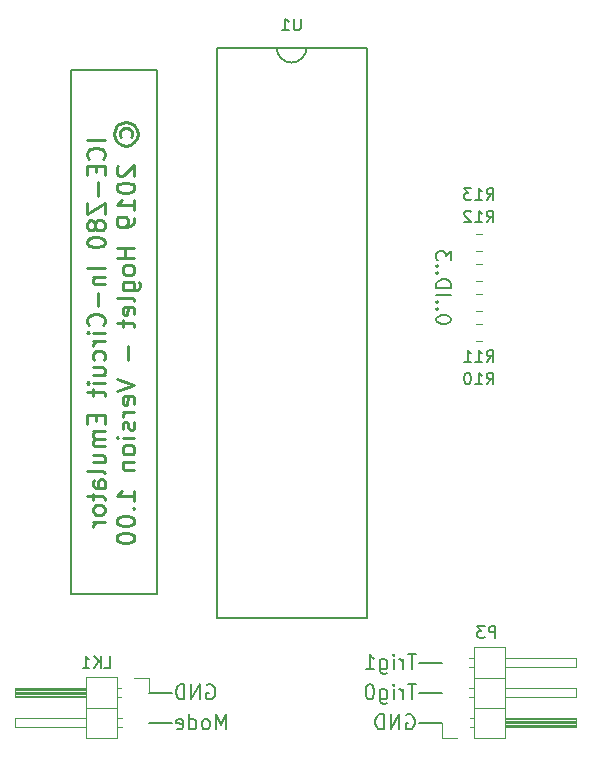
<source format=gbo>
G04 #@! TF.GenerationSoftware,KiCad,Pcbnew,5.1.4-e60b266~84~ubuntu18.04.1*
G04 #@! TF.CreationDate,2019-09-22T15:50:52+01:00*
G04 #@! TF.ProjectId,z80_adapter,7a38305f-6164-4617-9074-65722e6b6963,rev?*
G04 #@! TF.SameCoordinates,PX9fdfbc0PY791ddc0*
G04 #@! TF.FileFunction,Legend,Bot*
G04 #@! TF.FilePolarity,Positive*
%FSLAX46Y46*%
G04 Gerber Fmt 4.6, Leading zero omitted, Abs format (unit mm)*
G04 Created by KiCad (PCBNEW 5.1.4-e60b266~84~ubuntu18.04.1) date 2019-09-22 15:50:52*
%MOMM*%
%LPD*%
G04 APERTURE LIST*
%ADD10C,0.250000*%
%ADD11C,0.150000*%
%ADD12C,0.200000*%
%ADD13C,0.120000*%
G04 APERTURE END LIST*
D10*
X9588571Y53115715D02*
X8088571Y53115715D01*
X9445714Y51544286D02*
X9517142Y51615715D01*
X9588571Y51830000D01*
X9588571Y51972858D01*
X9517142Y52187143D01*
X9374285Y52330000D01*
X9231428Y52401429D01*
X8945714Y52472858D01*
X8731428Y52472858D01*
X8445714Y52401429D01*
X8302857Y52330000D01*
X8160000Y52187143D01*
X8088571Y51972858D01*
X8088571Y51830000D01*
X8160000Y51615715D01*
X8231428Y51544286D01*
X8802857Y50901429D02*
X8802857Y50401429D01*
X9588571Y50187143D02*
X9588571Y50901429D01*
X8088571Y50901429D01*
X8088571Y50187143D01*
X9017142Y49544286D02*
X9017142Y48401429D01*
X8088571Y47830000D02*
X8088571Y46830000D01*
X9588571Y47830000D01*
X9588571Y46830000D01*
X8731428Y46044286D02*
X8660000Y46187143D01*
X8588571Y46258572D01*
X8445714Y46330000D01*
X8374285Y46330000D01*
X8231428Y46258572D01*
X8160000Y46187143D01*
X8088571Y46044286D01*
X8088571Y45758572D01*
X8160000Y45615715D01*
X8231428Y45544286D01*
X8374285Y45472858D01*
X8445714Y45472858D01*
X8588571Y45544286D01*
X8660000Y45615715D01*
X8731428Y45758572D01*
X8731428Y46044286D01*
X8802857Y46187143D01*
X8874285Y46258572D01*
X9017142Y46330000D01*
X9302857Y46330000D01*
X9445714Y46258572D01*
X9517142Y46187143D01*
X9588571Y46044286D01*
X9588571Y45758572D01*
X9517142Y45615715D01*
X9445714Y45544286D01*
X9302857Y45472858D01*
X9017142Y45472858D01*
X8874285Y45544286D01*
X8802857Y45615715D01*
X8731428Y45758572D01*
X8088571Y44544286D02*
X8088571Y44401429D01*
X8160000Y44258572D01*
X8231428Y44187143D01*
X8374285Y44115715D01*
X8660000Y44044286D01*
X9017142Y44044286D01*
X9302857Y44115715D01*
X9445714Y44187143D01*
X9517142Y44258572D01*
X9588571Y44401429D01*
X9588571Y44544286D01*
X9517142Y44687143D01*
X9445714Y44758572D01*
X9302857Y44830000D01*
X9017142Y44901429D01*
X8660000Y44901429D01*
X8374285Y44830000D01*
X8231428Y44758572D01*
X8160000Y44687143D01*
X8088571Y44544286D01*
X9588571Y42258572D02*
X8088571Y42258572D01*
X8588571Y41544286D02*
X9588571Y41544286D01*
X8731428Y41544286D02*
X8660000Y41472858D01*
X8588571Y41330000D01*
X8588571Y41115715D01*
X8660000Y40972858D01*
X8802857Y40901429D01*
X9588571Y40901429D01*
X9017142Y40187143D02*
X9017142Y39044286D01*
X9445714Y37472858D02*
X9517142Y37544286D01*
X9588571Y37758572D01*
X9588571Y37901429D01*
X9517142Y38115715D01*
X9374285Y38258572D01*
X9231428Y38330000D01*
X8945714Y38401429D01*
X8731428Y38401429D01*
X8445714Y38330000D01*
X8302857Y38258572D01*
X8160000Y38115715D01*
X8088571Y37901429D01*
X8088571Y37758572D01*
X8160000Y37544286D01*
X8231428Y37472858D01*
X9588571Y36830000D02*
X8588571Y36830000D01*
X8088571Y36830000D02*
X8160000Y36901429D01*
X8231428Y36830000D01*
X8160000Y36758572D01*
X8088571Y36830000D01*
X8231428Y36830000D01*
X9588571Y36115715D02*
X8588571Y36115715D01*
X8874285Y36115715D02*
X8731428Y36044286D01*
X8660000Y35972858D01*
X8588571Y35830000D01*
X8588571Y35687143D01*
X9517142Y34544286D02*
X9588571Y34687143D01*
X9588571Y34972858D01*
X9517142Y35115715D01*
X9445714Y35187143D01*
X9302857Y35258572D01*
X8874285Y35258572D01*
X8731428Y35187143D01*
X8660000Y35115715D01*
X8588571Y34972858D01*
X8588571Y34687143D01*
X8660000Y34544286D01*
X8588571Y33258572D02*
X9588571Y33258572D01*
X8588571Y33901429D02*
X9374285Y33901429D01*
X9517142Y33830000D01*
X9588571Y33687143D01*
X9588571Y33472858D01*
X9517142Y33330000D01*
X9445714Y33258572D01*
X9588571Y32544286D02*
X8588571Y32544286D01*
X8088571Y32544286D02*
X8160000Y32615715D01*
X8231428Y32544286D01*
X8160000Y32472858D01*
X8088571Y32544286D01*
X8231428Y32544286D01*
X8588571Y32044286D02*
X8588571Y31472858D01*
X8088571Y31830000D02*
X9374285Y31830000D01*
X9517142Y31758572D01*
X9588571Y31615715D01*
X9588571Y31472858D01*
X8802857Y29830000D02*
X8802857Y29330000D01*
X9588571Y29115715D02*
X9588571Y29830000D01*
X8088571Y29830000D01*
X8088571Y29115715D01*
X9588571Y28472858D02*
X8588571Y28472858D01*
X8731428Y28472858D02*
X8660000Y28401429D01*
X8588571Y28258572D01*
X8588571Y28044286D01*
X8660000Y27901429D01*
X8802857Y27830000D01*
X9588571Y27830000D01*
X8802857Y27830000D02*
X8660000Y27758572D01*
X8588571Y27615715D01*
X8588571Y27401429D01*
X8660000Y27258572D01*
X8802857Y27187143D01*
X9588571Y27187143D01*
X8588571Y25830000D02*
X9588571Y25830000D01*
X8588571Y26472858D02*
X9374285Y26472858D01*
X9517142Y26401429D01*
X9588571Y26258572D01*
X9588571Y26044286D01*
X9517142Y25901429D01*
X9445714Y25830000D01*
X9588571Y24901429D02*
X9517142Y25044286D01*
X9374285Y25115715D01*
X8088571Y25115715D01*
X9588571Y23687143D02*
X8802857Y23687143D01*
X8660000Y23758572D01*
X8588571Y23901429D01*
X8588571Y24187143D01*
X8660000Y24330000D01*
X9517142Y23687143D02*
X9588571Y23830000D01*
X9588571Y24187143D01*
X9517142Y24330000D01*
X9374285Y24401429D01*
X9231428Y24401429D01*
X9088571Y24330000D01*
X9017142Y24187143D01*
X9017142Y23830000D01*
X8945714Y23687143D01*
X8588571Y23187143D02*
X8588571Y22615715D01*
X8088571Y22972858D02*
X9374285Y22972858D01*
X9517142Y22901429D01*
X9588571Y22758572D01*
X9588571Y22615715D01*
X9588571Y21901429D02*
X9517142Y22044286D01*
X9445714Y22115715D01*
X9302857Y22187143D01*
X8874285Y22187143D01*
X8731428Y22115715D01*
X8660000Y22044286D01*
X8588571Y21901429D01*
X8588571Y21687143D01*
X8660000Y21544286D01*
X8731428Y21472858D01*
X8874285Y21401429D01*
X9302857Y21401429D01*
X9445714Y21472858D01*
X9517142Y21544286D01*
X9588571Y21687143D01*
X9588571Y21901429D01*
X9588571Y20758572D02*
X8588571Y20758572D01*
X8874285Y20758572D02*
X8731428Y20687143D01*
X8660000Y20615715D01*
X8588571Y20472858D01*
X8588571Y20330000D01*
X10945714Y53365715D02*
X10874285Y53508572D01*
X10874285Y53794286D01*
X10945714Y53937143D01*
X11088571Y54080000D01*
X11231428Y54151429D01*
X11517142Y54151429D01*
X11660000Y54080000D01*
X11802857Y53937143D01*
X11874285Y53794286D01*
X11874285Y53508572D01*
X11802857Y53365715D01*
X10374285Y53651429D02*
X10445714Y54008572D01*
X10660000Y54365715D01*
X11017142Y54580000D01*
X11374285Y54651429D01*
X11731428Y54580000D01*
X12088571Y54365715D01*
X12302857Y54008572D01*
X12374285Y53651429D01*
X12302857Y53294286D01*
X12088571Y52937143D01*
X11731428Y52722858D01*
X11374285Y52651429D01*
X11017142Y52722858D01*
X10660000Y52937143D01*
X10445714Y53294286D01*
X10374285Y53651429D01*
X10731428Y50937143D02*
X10660000Y50865715D01*
X10588571Y50722858D01*
X10588571Y50365715D01*
X10660000Y50222858D01*
X10731428Y50151429D01*
X10874285Y50080000D01*
X11017142Y50080000D01*
X11231428Y50151429D01*
X12088571Y51008572D01*
X12088571Y50080000D01*
X10588571Y49151429D02*
X10588571Y49008572D01*
X10660000Y48865715D01*
X10731428Y48794286D01*
X10874285Y48722858D01*
X11160000Y48651429D01*
X11517142Y48651429D01*
X11802857Y48722858D01*
X11945714Y48794286D01*
X12017142Y48865715D01*
X12088571Y49008572D01*
X12088571Y49151429D01*
X12017142Y49294286D01*
X11945714Y49365715D01*
X11802857Y49437143D01*
X11517142Y49508572D01*
X11160000Y49508572D01*
X10874285Y49437143D01*
X10731428Y49365715D01*
X10660000Y49294286D01*
X10588571Y49151429D01*
X12088571Y47222858D02*
X12088571Y48080000D01*
X12088571Y47651429D02*
X10588571Y47651429D01*
X10802857Y47794286D01*
X10945714Y47937143D01*
X11017142Y48080000D01*
X12088571Y46508572D02*
X12088571Y46222858D01*
X12017142Y46080000D01*
X11945714Y46008572D01*
X11731428Y45865715D01*
X11445714Y45794286D01*
X10874285Y45794286D01*
X10731428Y45865715D01*
X10660000Y45937143D01*
X10588571Y46080000D01*
X10588571Y46365715D01*
X10660000Y46508572D01*
X10731428Y46580000D01*
X10874285Y46651429D01*
X11231428Y46651429D01*
X11374285Y46580000D01*
X11445714Y46508572D01*
X11517142Y46365715D01*
X11517142Y46080000D01*
X11445714Y45937143D01*
X11374285Y45865715D01*
X11231428Y45794286D01*
X12088571Y44008572D02*
X10588571Y44008572D01*
X11302857Y44008572D02*
X11302857Y43151429D01*
X12088571Y43151429D02*
X10588571Y43151429D01*
X12088571Y42222858D02*
X12017142Y42365715D01*
X11945714Y42437143D01*
X11802857Y42508572D01*
X11374285Y42508572D01*
X11231428Y42437143D01*
X11160000Y42365715D01*
X11088571Y42222858D01*
X11088571Y42008572D01*
X11160000Y41865715D01*
X11231428Y41794286D01*
X11374285Y41722858D01*
X11802857Y41722858D01*
X11945714Y41794286D01*
X12017142Y41865715D01*
X12088571Y42008572D01*
X12088571Y42222858D01*
X11088571Y40437143D02*
X12302857Y40437143D01*
X12445714Y40508572D01*
X12517142Y40580000D01*
X12588571Y40722858D01*
X12588571Y40937143D01*
X12517142Y41080000D01*
X12017142Y40437143D02*
X12088571Y40580000D01*
X12088571Y40865715D01*
X12017142Y41008572D01*
X11945714Y41080000D01*
X11802857Y41151429D01*
X11374285Y41151429D01*
X11231428Y41080000D01*
X11160000Y41008572D01*
X11088571Y40865715D01*
X11088571Y40580000D01*
X11160000Y40437143D01*
X12088571Y39508572D02*
X12017142Y39651429D01*
X11874285Y39722858D01*
X10588571Y39722858D01*
X12017142Y38365715D02*
X12088571Y38508572D01*
X12088571Y38794286D01*
X12017142Y38937143D01*
X11874285Y39008572D01*
X11302857Y39008572D01*
X11160000Y38937143D01*
X11088571Y38794286D01*
X11088571Y38508572D01*
X11160000Y38365715D01*
X11302857Y38294286D01*
X11445714Y38294286D01*
X11588571Y39008572D01*
X11088571Y37865715D02*
X11088571Y37294286D01*
X10588571Y37651429D02*
X11874285Y37651429D01*
X12017142Y37580000D01*
X12088571Y37437143D01*
X12088571Y37294286D01*
X11517142Y35651429D02*
X11517142Y34508572D01*
X10588571Y32865715D02*
X12088571Y32365715D01*
X10588571Y31865715D01*
X12017142Y30794286D02*
X12088571Y30937143D01*
X12088571Y31222858D01*
X12017142Y31365715D01*
X11874285Y31437143D01*
X11302857Y31437143D01*
X11160000Y31365715D01*
X11088571Y31222858D01*
X11088571Y30937143D01*
X11160000Y30794286D01*
X11302857Y30722858D01*
X11445714Y30722858D01*
X11588571Y31437143D01*
X12088571Y30080000D02*
X11088571Y30080000D01*
X11374285Y30080000D02*
X11231428Y30008572D01*
X11160000Y29937143D01*
X11088571Y29794286D01*
X11088571Y29651429D01*
X12017142Y29222858D02*
X12088571Y29080000D01*
X12088571Y28794286D01*
X12017142Y28651429D01*
X11874285Y28580000D01*
X11802857Y28580000D01*
X11660000Y28651429D01*
X11588571Y28794286D01*
X11588571Y29008572D01*
X11517142Y29151429D01*
X11374285Y29222858D01*
X11302857Y29222858D01*
X11160000Y29151429D01*
X11088571Y29008572D01*
X11088571Y28794286D01*
X11160000Y28651429D01*
X12088571Y27937143D02*
X11088571Y27937143D01*
X10588571Y27937143D02*
X10660000Y28008572D01*
X10731428Y27937143D01*
X10660000Y27865715D01*
X10588571Y27937143D01*
X10731428Y27937143D01*
X12088571Y27008572D02*
X12017142Y27151429D01*
X11945714Y27222858D01*
X11802857Y27294286D01*
X11374285Y27294286D01*
X11231428Y27222858D01*
X11160000Y27151429D01*
X11088571Y27008572D01*
X11088571Y26794286D01*
X11160000Y26651429D01*
X11231428Y26580000D01*
X11374285Y26508572D01*
X11802857Y26508572D01*
X11945714Y26580000D01*
X12017142Y26651429D01*
X12088571Y26794286D01*
X12088571Y27008572D01*
X11088571Y25865715D02*
X12088571Y25865715D01*
X11231428Y25865715D02*
X11160000Y25794286D01*
X11088571Y25651429D01*
X11088571Y25437143D01*
X11160000Y25294286D01*
X11302857Y25222858D01*
X12088571Y25222858D01*
X12088571Y22580000D02*
X12088571Y23437143D01*
X12088571Y23008572D02*
X10588571Y23008572D01*
X10802857Y23151429D01*
X10945714Y23294286D01*
X11017142Y23437143D01*
X11945714Y21937143D02*
X12017142Y21865715D01*
X12088571Y21937143D01*
X12017142Y22008572D01*
X11945714Y21937143D01*
X12088571Y21937143D01*
X10588571Y20937143D02*
X10588571Y20794286D01*
X10660000Y20651429D01*
X10731428Y20580000D01*
X10874285Y20508572D01*
X11160000Y20437143D01*
X11517142Y20437143D01*
X11802857Y20508572D01*
X11945714Y20580000D01*
X12017142Y20651429D01*
X12088571Y20794286D01*
X12088571Y20937143D01*
X12017142Y21080000D01*
X11945714Y21151429D01*
X11802857Y21222858D01*
X11517142Y21294286D01*
X11160000Y21294286D01*
X10874285Y21222858D01*
X10731428Y21151429D01*
X10660000Y21080000D01*
X10588571Y20937143D01*
X10588571Y19508572D02*
X10588571Y19365715D01*
X10660000Y19222858D01*
X10731428Y19151429D01*
X10874285Y19080000D01*
X11160000Y19008572D01*
X11517142Y19008572D01*
X11802857Y19080000D01*
X11945714Y19151429D01*
X12017142Y19222858D01*
X12088571Y19365715D01*
X12088571Y19508572D01*
X12017142Y19651429D01*
X11945714Y19722858D01*
X11802857Y19794286D01*
X11517142Y19865715D01*
X11160000Y19865715D01*
X10874285Y19794286D01*
X10731428Y19722858D01*
X10660000Y19651429D01*
X10588571Y19508572D01*
D11*
X6731000Y14732000D02*
X13970000Y14732000D01*
D12*
X38911523Y37872143D02*
X38911523Y37991191D01*
X38852000Y38110239D01*
X38792476Y38169762D01*
X38673428Y38229286D01*
X38435333Y38288810D01*
X38137714Y38288810D01*
X37899619Y38229286D01*
X37780571Y38169762D01*
X37721047Y38110239D01*
X37661523Y37991191D01*
X37661523Y37872143D01*
X37721047Y37753096D01*
X37780571Y37693572D01*
X37899619Y37634048D01*
X38137714Y37574524D01*
X38435333Y37574524D01*
X38673428Y37634048D01*
X38792476Y37693572D01*
X38852000Y37753096D01*
X38911523Y37872143D01*
X37780571Y38824524D02*
X37721047Y38884048D01*
X37661523Y38824524D01*
X37721047Y38765000D01*
X37780571Y38824524D01*
X37661523Y38824524D01*
X37780571Y39419762D02*
X37721047Y39479286D01*
X37661523Y39419762D01*
X37721047Y39360239D01*
X37780571Y39419762D01*
X37661523Y39419762D01*
X37661523Y40015000D02*
X38911523Y40015000D01*
X37661523Y40610239D02*
X38911523Y40610239D01*
X38911523Y40907858D01*
X38852000Y41086429D01*
X38732952Y41205477D01*
X38613904Y41265000D01*
X38375809Y41324524D01*
X38197238Y41324524D01*
X37959142Y41265000D01*
X37840095Y41205477D01*
X37721047Y41086429D01*
X37661523Y40907858D01*
X37661523Y40610239D01*
X37780571Y41860239D02*
X37721047Y41919762D01*
X37661523Y41860239D01*
X37721047Y41800715D01*
X37780571Y41860239D01*
X37661523Y41860239D01*
X37780571Y42455477D02*
X37721047Y42515000D01*
X37661523Y42455477D01*
X37721047Y42395953D01*
X37780571Y42455477D01*
X37661523Y42455477D01*
X38911523Y42931667D02*
X38911523Y43705477D01*
X38435333Y43288810D01*
X38435333Y43467381D01*
X38375809Y43586429D01*
X38316285Y43645953D01*
X38197238Y43705477D01*
X37899619Y43705477D01*
X37780571Y43645953D01*
X37721047Y43586429D01*
X37661523Y43467381D01*
X37661523Y43110239D01*
X37721047Y42991191D01*
X37780571Y42931667D01*
D11*
X13970000Y59055000D02*
X6731000Y59055000D01*
X13970000Y14732000D02*
X13970000Y59055000D01*
X6731000Y59055000D02*
X6731000Y14732000D01*
X13335000Y3810000D02*
X15240000Y3810000D01*
X13335000Y6350000D02*
X15240000Y6350000D01*
D12*
X19834285Y3244524D02*
X19834285Y4494524D01*
X19417619Y3601667D01*
X19000952Y4494524D01*
X19000952Y3244524D01*
X18227142Y3244524D02*
X18346190Y3304048D01*
X18405714Y3363572D01*
X18465238Y3482620D01*
X18465238Y3839762D01*
X18405714Y3958810D01*
X18346190Y4018334D01*
X18227142Y4077858D01*
X18048571Y4077858D01*
X17929523Y4018334D01*
X17870000Y3958810D01*
X17810476Y3839762D01*
X17810476Y3482620D01*
X17870000Y3363572D01*
X17929523Y3304048D01*
X18048571Y3244524D01*
X18227142Y3244524D01*
X16739047Y3244524D02*
X16739047Y4494524D01*
X16739047Y3304048D02*
X16858095Y3244524D01*
X17096190Y3244524D01*
X17215238Y3304048D01*
X17274761Y3363572D01*
X17334285Y3482620D01*
X17334285Y3839762D01*
X17274761Y3958810D01*
X17215238Y4018334D01*
X17096190Y4077858D01*
X16858095Y4077858D01*
X16739047Y4018334D01*
X15667619Y3304048D02*
X15786666Y3244524D01*
X16024761Y3244524D01*
X16143809Y3304048D01*
X16203333Y3423096D01*
X16203333Y3899286D01*
X16143809Y4018334D01*
X16024761Y4077858D01*
X15786666Y4077858D01*
X15667619Y4018334D01*
X15608095Y3899286D01*
X15608095Y3780239D01*
X16203333Y3661191D01*
X18227142Y6975000D02*
X18346190Y7034524D01*
X18524761Y7034524D01*
X18703333Y6975000D01*
X18822380Y6855953D01*
X18881904Y6736905D01*
X18941428Y6498810D01*
X18941428Y6320239D01*
X18881904Y6082143D01*
X18822380Y5963096D01*
X18703333Y5844048D01*
X18524761Y5784524D01*
X18405714Y5784524D01*
X18227142Y5844048D01*
X18167619Y5903572D01*
X18167619Y6320239D01*
X18405714Y6320239D01*
X17631904Y5784524D02*
X17631904Y7034524D01*
X16917619Y5784524D01*
X16917619Y7034524D01*
X16322380Y5784524D02*
X16322380Y7034524D01*
X16024761Y7034524D01*
X15846190Y6975000D01*
X15727142Y6855953D01*
X15667619Y6736905D01*
X15608095Y6498810D01*
X15608095Y6320239D01*
X15667619Y6082143D01*
X15727142Y5963096D01*
X15846190Y5844048D01*
X16024761Y5784524D01*
X16322380Y5784524D01*
D11*
X36195000Y3810000D02*
X38100000Y3810000D01*
X36195000Y6350000D02*
X38100000Y6350000D01*
X36195000Y8890000D02*
X38100000Y8890000D01*
D12*
X35945952Y7034524D02*
X35231666Y7034524D01*
X35588809Y5784524D02*
X35588809Y7034524D01*
X34815000Y5784524D02*
X34815000Y6617858D01*
X34815000Y6379762D02*
X34755476Y6498810D01*
X34695952Y6558334D01*
X34576904Y6617858D01*
X34457857Y6617858D01*
X34041190Y5784524D02*
X34041190Y6617858D01*
X34041190Y7034524D02*
X34100714Y6975000D01*
X34041190Y6915477D01*
X33981666Y6975000D01*
X34041190Y7034524D01*
X34041190Y6915477D01*
X32910238Y6617858D02*
X32910238Y5605953D01*
X32969761Y5486905D01*
X33029285Y5427381D01*
X33148333Y5367858D01*
X33326904Y5367858D01*
X33445952Y5427381D01*
X32910238Y5844048D02*
X33029285Y5784524D01*
X33267380Y5784524D01*
X33386428Y5844048D01*
X33445952Y5903572D01*
X33505476Y6022620D01*
X33505476Y6379762D01*
X33445952Y6498810D01*
X33386428Y6558334D01*
X33267380Y6617858D01*
X33029285Y6617858D01*
X32910238Y6558334D01*
X32076904Y7034524D02*
X31957857Y7034524D01*
X31838809Y6975000D01*
X31779285Y6915477D01*
X31719761Y6796429D01*
X31660238Y6558334D01*
X31660238Y6260715D01*
X31719761Y6022620D01*
X31779285Y5903572D01*
X31838809Y5844048D01*
X31957857Y5784524D01*
X32076904Y5784524D01*
X32195952Y5844048D01*
X32255476Y5903572D01*
X32315000Y6022620D01*
X32374523Y6260715D01*
X32374523Y6558334D01*
X32315000Y6796429D01*
X32255476Y6915477D01*
X32195952Y6975000D01*
X32076904Y7034524D01*
X35112619Y4435000D02*
X35231666Y4494524D01*
X35410238Y4494524D01*
X35588809Y4435000D01*
X35707857Y4315953D01*
X35767380Y4196905D01*
X35826904Y3958810D01*
X35826904Y3780239D01*
X35767380Y3542143D01*
X35707857Y3423096D01*
X35588809Y3304048D01*
X35410238Y3244524D01*
X35291190Y3244524D01*
X35112619Y3304048D01*
X35053095Y3363572D01*
X35053095Y3780239D01*
X35291190Y3780239D01*
X34517380Y3244524D02*
X34517380Y4494524D01*
X33803095Y3244524D01*
X33803095Y4494524D01*
X33207857Y3244524D02*
X33207857Y4494524D01*
X32910238Y4494524D01*
X32731666Y4435000D01*
X32612619Y4315953D01*
X32553095Y4196905D01*
X32493571Y3958810D01*
X32493571Y3780239D01*
X32553095Y3542143D01*
X32612619Y3423096D01*
X32731666Y3304048D01*
X32910238Y3244524D01*
X33207857Y3244524D01*
X35945952Y9574524D02*
X35231666Y9574524D01*
X35588809Y8324524D02*
X35588809Y9574524D01*
X34815000Y8324524D02*
X34815000Y9157858D01*
X34815000Y8919762D02*
X34755476Y9038810D01*
X34695952Y9098334D01*
X34576904Y9157858D01*
X34457857Y9157858D01*
X34041190Y8324524D02*
X34041190Y9157858D01*
X34041190Y9574524D02*
X34100714Y9515000D01*
X34041190Y9455477D01*
X33981666Y9515000D01*
X34041190Y9574524D01*
X34041190Y9455477D01*
X32910238Y9157858D02*
X32910238Y8145953D01*
X32969761Y8026905D01*
X33029285Y7967381D01*
X33148333Y7907858D01*
X33326904Y7907858D01*
X33445952Y7967381D01*
X32910238Y8384048D02*
X33029285Y8324524D01*
X33267380Y8324524D01*
X33386428Y8384048D01*
X33445952Y8443572D01*
X33505476Y8562620D01*
X33505476Y8919762D01*
X33445952Y9038810D01*
X33386428Y9098334D01*
X33267380Y9157858D01*
X33029285Y9157858D01*
X32910238Y9098334D01*
X31660238Y8324524D02*
X32374523Y8324524D01*
X32017380Y8324524D02*
X32017380Y9574524D01*
X32136428Y9395953D01*
X32255476Y9276905D01*
X32374523Y9217381D01*
D11*
X19050000Y60960000D02*
X31750000Y60960000D01*
X19050000Y12700000D02*
X19050000Y60960000D01*
X31750000Y12700000D02*
X19050000Y12700000D01*
X31750000Y60960000D02*
X31750000Y12700000D01*
X26670000Y60960000D02*
G75*
G02X25400000Y59690000I-1270000J0D01*
G01*
X25400000Y59690000D02*
G75*
G02X24130000Y60960000I0J1270000D01*
G01*
D13*
X41013748Y45160000D02*
X41536252Y45160000D01*
X41013748Y43740000D02*
X41536252Y43740000D01*
X41013748Y42620000D02*
X41536252Y42620000D01*
X41013748Y41200000D02*
X41536252Y41200000D01*
X41013748Y40080000D02*
X41536252Y40080000D01*
X41013748Y38660000D02*
X41536252Y38660000D01*
X41013748Y37540000D02*
X41536252Y37540000D01*
X41013748Y36120000D02*
X41536252Y36120000D01*
X13335000Y7620000D02*
X12065000Y7620000D01*
X13335000Y6350000D02*
X13335000Y7620000D01*
X11022071Y3430000D02*
X10625000Y3430000D01*
X11022071Y4190000D02*
X10625000Y4190000D01*
X1965000Y3430000D02*
X7965000Y3430000D01*
X1965000Y4190000D02*
X1965000Y3430000D01*
X7965000Y4190000D02*
X1965000Y4190000D01*
X10625000Y5080000D02*
X7965000Y5080000D01*
X10955000Y5970000D02*
X10625000Y5970000D01*
X10955000Y6730000D02*
X10625000Y6730000D01*
X7965000Y6070000D02*
X1965000Y6070000D01*
X7965000Y6190000D02*
X1965000Y6190000D01*
X7965000Y6310000D02*
X1965000Y6310000D01*
X7965000Y6430000D02*
X1965000Y6430000D01*
X7965000Y6550000D02*
X1965000Y6550000D01*
X7965000Y6670000D02*
X1965000Y6670000D01*
X1965000Y5970000D02*
X7965000Y5970000D01*
X1965000Y6730000D02*
X1965000Y5970000D01*
X7965000Y6730000D02*
X1965000Y6730000D01*
X7965000Y7680000D02*
X10625000Y7680000D01*
X7965000Y2480000D02*
X7965000Y7680000D01*
X10625000Y2480000D02*
X7965000Y2480000D01*
X10625000Y7680000D02*
X10625000Y2480000D01*
X38100000Y2540000D02*
X39370000Y2540000D01*
X38100000Y3810000D02*
X38100000Y2540000D01*
X40412929Y9270000D02*
X40810000Y9270000D01*
X40412929Y8510000D02*
X40810000Y8510000D01*
X49470000Y9270000D02*
X43470000Y9270000D01*
X49470000Y8510000D02*
X49470000Y9270000D01*
X43470000Y8510000D02*
X49470000Y8510000D01*
X40810000Y7620000D02*
X43470000Y7620000D01*
X40412929Y6730000D02*
X40810000Y6730000D01*
X40412929Y5970000D02*
X40810000Y5970000D01*
X49470000Y6730000D02*
X43470000Y6730000D01*
X49470000Y5970000D02*
X49470000Y6730000D01*
X43470000Y5970000D02*
X49470000Y5970000D01*
X40810000Y5080000D02*
X43470000Y5080000D01*
X40480000Y4190000D02*
X40810000Y4190000D01*
X40480000Y3430000D02*
X40810000Y3430000D01*
X43470000Y4090000D02*
X49470000Y4090000D01*
X43470000Y3970000D02*
X49470000Y3970000D01*
X43470000Y3850000D02*
X49470000Y3850000D01*
X43470000Y3730000D02*
X49470000Y3730000D01*
X43470000Y3610000D02*
X49470000Y3610000D01*
X43470000Y3490000D02*
X49470000Y3490000D01*
X49470000Y4190000D02*
X43470000Y4190000D01*
X49470000Y3430000D02*
X49470000Y4190000D01*
X43470000Y3430000D02*
X49470000Y3430000D01*
X43470000Y2480000D02*
X40810000Y2480000D01*
X43470000Y10220000D02*
X43470000Y2480000D01*
X40810000Y10220000D02*
X43470000Y10220000D01*
X40810000Y2480000D02*
X40810000Y10220000D01*
D11*
X26161904Y63412620D02*
X26161904Y62603096D01*
X26114285Y62507858D01*
X26066666Y62460239D01*
X25971428Y62412620D01*
X25780952Y62412620D01*
X25685714Y62460239D01*
X25638095Y62507858D01*
X25590476Y62603096D01*
X25590476Y63412620D01*
X24590476Y62412620D02*
X25161904Y62412620D01*
X24876190Y62412620D02*
X24876190Y63412620D01*
X24971428Y63269762D01*
X25066666Y63174524D01*
X25161904Y63126905D01*
X41917857Y48061620D02*
X42251190Y48537810D01*
X42489285Y48061620D02*
X42489285Y49061620D01*
X42108333Y49061620D01*
X42013095Y49014000D01*
X41965476Y48966381D01*
X41917857Y48871143D01*
X41917857Y48728286D01*
X41965476Y48633048D01*
X42013095Y48585429D01*
X42108333Y48537810D01*
X42489285Y48537810D01*
X40965476Y48061620D02*
X41536904Y48061620D01*
X41251190Y48061620D02*
X41251190Y49061620D01*
X41346428Y48918762D01*
X41441666Y48823524D01*
X41536904Y48775905D01*
X40632142Y49061620D02*
X40013095Y49061620D01*
X40346428Y48680667D01*
X40203571Y48680667D01*
X40108333Y48633048D01*
X40060714Y48585429D01*
X40013095Y48490191D01*
X40013095Y48252096D01*
X40060714Y48156858D01*
X40108333Y48109239D01*
X40203571Y48061620D01*
X40489285Y48061620D01*
X40584523Y48109239D01*
X40632142Y48156858D01*
X41917857Y46156620D02*
X42251190Y46632810D01*
X42489285Y46156620D02*
X42489285Y47156620D01*
X42108333Y47156620D01*
X42013095Y47109000D01*
X41965476Y47061381D01*
X41917857Y46966143D01*
X41917857Y46823286D01*
X41965476Y46728048D01*
X42013095Y46680429D01*
X42108333Y46632810D01*
X42489285Y46632810D01*
X40965476Y46156620D02*
X41536904Y46156620D01*
X41251190Y46156620D02*
X41251190Y47156620D01*
X41346428Y47013762D01*
X41441666Y46918524D01*
X41536904Y46870905D01*
X40584523Y47061381D02*
X40536904Y47109000D01*
X40441666Y47156620D01*
X40203571Y47156620D01*
X40108333Y47109000D01*
X40060714Y47061381D01*
X40013095Y46966143D01*
X40013095Y46870905D01*
X40060714Y46728048D01*
X40632142Y46156620D01*
X40013095Y46156620D01*
X41917857Y34345620D02*
X42251190Y34821810D01*
X42489285Y34345620D02*
X42489285Y35345620D01*
X42108333Y35345620D01*
X42013095Y35298000D01*
X41965476Y35250381D01*
X41917857Y35155143D01*
X41917857Y35012286D01*
X41965476Y34917048D01*
X42013095Y34869429D01*
X42108333Y34821810D01*
X42489285Y34821810D01*
X40965476Y34345620D02*
X41536904Y34345620D01*
X41251190Y34345620D02*
X41251190Y35345620D01*
X41346428Y35202762D01*
X41441666Y35107524D01*
X41536904Y35059905D01*
X40013095Y34345620D02*
X40584523Y34345620D01*
X40298809Y34345620D02*
X40298809Y35345620D01*
X40394047Y35202762D01*
X40489285Y35107524D01*
X40584523Y35059905D01*
X41917857Y32440620D02*
X42251190Y32916810D01*
X42489285Y32440620D02*
X42489285Y33440620D01*
X42108333Y33440620D01*
X42013095Y33393000D01*
X41965476Y33345381D01*
X41917857Y33250143D01*
X41917857Y33107286D01*
X41965476Y33012048D01*
X42013095Y32964429D01*
X42108333Y32916810D01*
X42489285Y32916810D01*
X40965476Y32440620D02*
X41536904Y32440620D01*
X41251190Y32440620D02*
X41251190Y33440620D01*
X41346428Y33297762D01*
X41441666Y33202524D01*
X41536904Y33154905D01*
X40346428Y33440620D02*
X40251190Y33440620D01*
X40155952Y33393000D01*
X40108333Y33345381D01*
X40060714Y33250143D01*
X40013095Y33059667D01*
X40013095Y32821572D01*
X40060714Y32631096D01*
X40108333Y32535858D01*
X40155952Y32488239D01*
X40251190Y32440620D01*
X40346428Y32440620D01*
X40441666Y32488239D01*
X40489285Y32535858D01*
X40536904Y32631096D01*
X40584523Y32821572D01*
X40584523Y33059667D01*
X40536904Y33250143D01*
X40489285Y33345381D01*
X40441666Y33393000D01*
X40346428Y33440620D01*
X9556666Y8437620D02*
X10032857Y8437620D01*
X10032857Y9437620D01*
X9223333Y8437620D02*
X9223333Y9437620D01*
X8651904Y8437620D02*
X9080476Y9009048D01*
X8651904Y9437620D02*
X9223333Y8866191D01*
X7699523Y8437620D02*
X8270952Y8437620D01*
X7985238Y8437620D02*
X7985238Y9437620D01*
X8080476Y9294762D01*
X8175714Y9199524D01*
X8270952Y9151905D01*
X42648095Y10977620D02*
X42648095Y11977620D01*
X42267142Y11977620D01*
X42171904Y11930000D01*
X42124285Y11882381D01*
X42076666Y11787143D01*
X42076666Y11644286D01*
X42124285Y11549048D01*
X42171904Y11501429D01*
X42267142Y11453810D01*
X42648095Y11453810D01*
X41743333Y11977620D02*
X41124285Y11977620D01*
X41457619Y11596667D01*
X41314761Y11596667D01*
X41219523Y11549048D01*
X41171904Y11501429D01*
X41124285Y11406191D01*
X41124285Y11168096D01*
X41171904Y11072858D01*
X41219523Y11025239D01*
X41314761Y10977620D01*
X41600476Y10977620D01*
X41695714Y11025239D01*
X41743333Y11072858D01*
M02*

</source>
